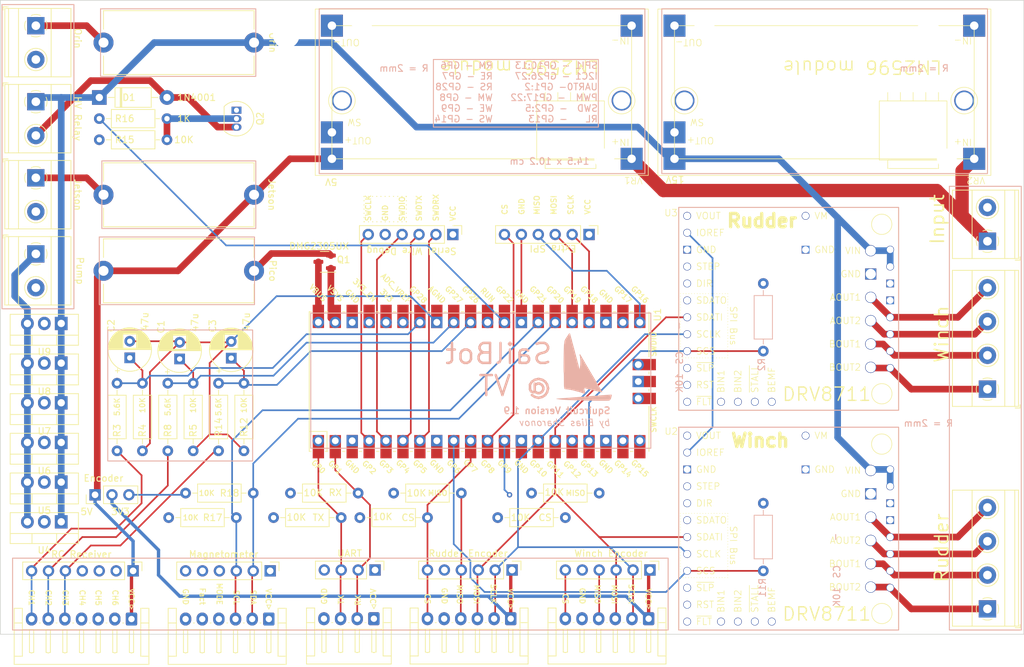
<source format=kicad_pcb>
(kicad_pcb (version 20221018) (generator pcbnew)
  (title_block (title "Squircuit") (date "2024-09-08") (rev "V1.0") (company "SailBot at VT") (comment 1 "Elias Sharonov, Chris Nassif, Heesang Han"))
  (layers (0 "F.Cu" signal) (1 "In1.Cu" power) (2 "In2.Cu" power) (31 "B.Cu" signal) (34 "B.Paste" user) (35 "F.Paste" user) (36 "B.SilkS" user "B.Silkscreen") (37 "F.SilkS" user "F.Silkscreen") (38 "B.Mask" user) (39 "F.Mask" user) (44 "Edge.Cuts" user))
  (net 0 "")
  (net 1 "GNDREF")
  (net 2 "+15V")
  (net 3 "Net-(D1-A)")
  (net 4 "+5V")
  (net 5 "Net-(Q1-D)")
  (net 6 "Net-(J1-Pin_1)")
  (net 7 "/MISO")
  (net 8 "+3.3V")
  (net 9 "/WE CS")
  (net 10 "/RE CS")
  (net 12 "/TX")
  (net 13 "/Relay")
  (net 14 "/VIN")
  (net 15 "/SWDTX")
  (net 16 "/MOSI")
  (net 17 "/SCLK")
  (net 18 "/SWDRX")
  (net 25 "Net-(J8-Pin_1)")
  (net 26 "Net-(J8-Pin_2)")
  (net 27 "Net-(J8-Pin_3)")
  (net 28 "Net-(J8-Pin_4)")
  (net 32 "/SWCLK")
  (net 33 "/SWDIO")
  (net 40 "Net-(J9-Pin_1)")
  (net 41 "Net-(J9-Pin_2)")
  (net 42 "Net-(J9-Pin_3)")
  (net 43 "Net-(J9-Pin_4)")
  (net 48 "/RX")
  (net 49 "/Ch1")
  (net 50 "/Ch2")
  (net 51 "/SDA")
  (net 52 "/SCL")
  (net 53 "/Ch3")
  (net 59 "Net-(Q1-S)")
  (net 60 "Net-(Q1-G)")
  (net 64 "Net-(J12-Pin_1)")
  (net 65 "Net-(J4-Pin_1)")
  (net 66 "/AGND")
  (net 67 "/WM CS")
  (net 68 "/RM CS")
  (net 69 "/WM SLP")
  (net 74 "/RМ SLP")
  (net 77 "/RM VOUT")
  (net 82 "/SCLK0")
  (net 83 "/MOSI0")
  (net 84 "/MISO0")
  (net 85 "/0 CS")
  (net 86 "/Ch3d")
  (net 87 "/Ch2d")
  (net 88 "/Ch1d")
  (net 89 "Net-(J7-Pin_1)")
  (net 90 "Net-(Q2-B)")
  (footprint "MountingHole:MountingHole_4mm" (layer "F.Cu") (at 55.372 17.272)
    (fp_text reference "REF**" hide)
    (fp_text value "MountingHole_4mm")
  )
  (footprint "TerminalBlock_Phoenix:TerminalBlock_Phoenix_MKDS-1,5-2-5.08_1x02_P5.08mm_Horizontal" (layer "F.Cu") (at 17.78 15.875 -90)
    (fp_text reference "J12" hide)
    (fp_text value "Orin" hide)
  )
  (footprint "MountingHole:MountingHole_4mm" (layer "F.Cu") (at 151.765 80.645)
    (fp_text reference "REF**" hide)
    (fp_text value "MountingHole_4mm")
  )
  (footprint "Connector_JST:JST_EH_S7B-EH_1x07_P2.50mm_Horizontal" (layer "F.Cu") (at 32.138 105.029 180)
    (fp_text reference "J6" hide)
    (fp_text value "Receiver" hide)
  )
  (footprint "Resistor_THT:R_Axial_DIN0207_L6.3mm_D2.5mm_P10.16mm_Horizontal" (layer "F.Cu") (at 71.501 86.106)
    (fp_text reference "R7" hide)
    (fp_text value "10K")
  )
  (footprint "Package_TO_SOT_THT:TO-220-3_Vertical" (layer "F.Cu") (at 21.59 78.495 180)
    (fp_text reference "U6")
    (fp_text value "L7812")
  )
  (footprint "Fuse:Fuseholder_Cylinder-5x20mm_Stelvio-Kontek_PTF78_Horizontal_Open" (layer "F.Cu") (at 27.94 41.275)
    (fp_text reference "F3" hide)
    (fp_text value "4.5" hide)
  )
  (footprint "Resistor_THT:R_Axial_DIN0207_L6.3mm_D2.5mm_P10.16mm_Horizontal" (layer "F.Cu") (at 47.879 89.789 180)
    (fp_text reference "R17")
    (fp_text value "10K")
  )
  (footprint "" (layer "F.Cu") (at 55.372 80.772)
    (fp_text reference "")
    (fp_text value "")
  )
  (footprint "Resistor_THT:R_Axial_DIN0207_L6.3mm_D2.5mm_P10.16mm_Horizontal" (layer "F.Cu") (at 33.782 69.596 -90)
    (fp_text reference "R4")
    (fp_text value "10K")
  )
  (footprint "Package_TO_SOT_THT:TO-220-3_Vertical" (layer "F.Cu") (at 21.59 66.575 180)
    (fp_text reference "U8")
    (fp_text value "L7812")
  )
  (footprint "Pololu_driver:md38a" (layer "F.Cu") (at 114.3 76.2)
    (fp_text reference "U2")
    (fp_text value "Rudder Motor Driver")
  )
  (footprint "Capacitor_THT:CP_Radial_D6.3mm_P2.50mm" (layer "F.Cu") (at 31.877 65.786 90)
    (fp_text reference "C2")
    (fp_text value "47u")
  )
  (footprint "Package_TO_SOT_THT:TO-220-3_Vertical" (layer "F.Cu") (at 21.59 84.455 180)
    (fp_text reference "U5")
    (fp_text value "L7812")
  )
  (footprint "Resistor_THT:R_Axial_DIN0207_L6.3mm_D2.5mm_P10.16mm_Horizontal" (layer "F.Cu") (at 37.592 69.596 -90)
    (fp_text reference "R8")
    (fp_text value "5.6K")
  )
  (footprint "TerminalBlock_Phoenix:TerminalBlock_Phoenix_MKDS-1,5-4-5.08_1x04_P5.08mm_Horizontal" (layer "F.Cu") (at 160.655 103.505 90)
    (fp_text reference "J8" hide)
    (fp_text value "Rudder Motor Output" hide)
  )
  (footprint "Connector_JST:JST_EH_S4B-EH_1x04_P2.50mm_Horizontal" (layer "F.Cu") (at 68.5324 104.9815 180)
    (fp_text reference "J14" hide)
    (fp_text value "UART" hide)
  )
  (footprint "VoltageReg:VoltageReg_SMAKN" (layer "F.Cu") (at 136.165 27.125 180)
    (fp_text reference "VR2")
    (fp_text value "15V")
  )
  (footprint "TerminalBlock_Phoenix:TerminalBlock_Phoenix_MKDS-1,5-2-5.08_1x02_P5.08mm_Horizontal" (layer "F.Cu") (at 17.78 27.3 -90)
    (fp_text reference "J18" hide)
    (fp_text value "HV Relay" hide)
  )
  (footprint "MCU_RaspberryPi_and_Boards:RPi_Pico_SMD_TH" (layer "F.Cu") (at 84.328 69.342 90)
    (fp_text reference "U1")
    (fp_text value "Pico")
  )
  (footprint "Connector_JST:JST_EH_S6B-EH_1x06_P2.50mm_Horizontal" (layer "F.Cu") (at 89.081 104.9815 180)
    (fp_text reference "J1" hide)
    (fp_text value "Rudder Encoder" hide)
  )
  (footprint "Connector_PinHeader_2.54mm:PinHeader_1x06_P2.54mm_Vertical" (layer "F.Cu") (at 80.391 47.244 -90)
    (fp_text reference "J10" hide)
    (fp_text value "Serial Wire Debug" hide)
  )
  (footprint "Connector_PinHeader_2.54mm:PinHeader_1x06_P2.54mm_Vertical" (layer "F.Cu") (at 109.982 97.663 -90)
    (fp_text reference "J23" hide)
    (fp_text value "Winch Encoder Debug" hide)
  )
  (footprint "Connector_JST:JST_EH_S6B-EH_1x06_P2.50mm_Horizontal" (layer "F.Cu") (at 52.759 105.029 180)
    (fp_text reference "J3" hide)
    (fp_text value "Magnetometer" hide)
  )
  (footprint "Package_TO_SOT_THT:TO-220-3_Vertical" (layer "F.Cu") (at 21.59 72.535 180)
    (fp_text reference "U7")
    (fp_text value "L7812")
  )
  (footprint "Package_TO_SOT_THT:TO-220-3_Vertical" (layer "F.Cu") (at 21.59 90.415 180)
    (fp_text reference "U4")
    (fp_text value "L7812")
  )
  (footprint "Package_TO_SOT_THT:TO-92_Inline" (layer "F.Cu") (at 47.9 28.575 -90)
    (fp_text reference "Q2")
    (fp_text value "2N3904")
  )
  (footprint "MountingHole:MountingHole_4mm" (layer "F.Cu") (at 55.372 80.772)
    (fp_text reference "REF**" hide)
    (fp_text value "MountingHole_4mm")
  )
  (footprint "Resistor_THT:R_Axial_DIN0207_L6.3mm_D2.5mm_P10.16mm_Horizontal" (layer "F.Cu") (at 29.972 69.596 -90)
    (fp_text reference "R3")
    (fp_text value "5.6K")
  )
  (footprint "Package_TO_SOT_THT:TO-220-3_Vertical" (layer "F.Cu") (at 21.59 60.615 180)
    (fp_text reference "U9")
    (fp_text value "L7812")
  )
  (footprint "Resistor_THT:R_Axial_DIN0207_L6.3mm_D2.5mm_P10.16mm_Horizontal" (layer "F.Cu") (at 45.212 69.596 -90)
    (fp_text reference "R14")
    (fp_text value "5.6K")
  )
  (footprint "Connector_PinHeader_2.54mm:PinHeader_1x03_P2.54mm_Vertical" (layer "F.Cu") (at 26.67 86.36 90)
    (fp_text reference "J11" hide)
    (fp_text value "Encoder Power" hide)
  )
  (footprint "Fuse:Fuseholder_Cylinder-5x20mm_Stelvio-Kontek_PTF78_Horizontal_Open" (layer "F.Cu") (at 27.94 18.415)
    (fp_text reference "F2" hide)
    (fp_text value "~" hide)
  )
  (footprint "Connector_PinHeader_2.54mm:PinHeader_1x07_P2.54mm_Vertical" (layer "F.Cu") (at 32.378 97.79 -90)
    (fp_text reference "J15" hide)
    (fp_text value "Receiver Inner" hide)
  )
  (footprint "VoltageReg:VoltageReg_SMAKN" (layer "F.Cu") (at 84.73 27.125 180)
    (fp_text reference "VR1")
    (fp_text value "5V")
  )
  (footprint "Fuse:Fuseholder_Cylinder-5x20mm_Stelvio-Kontek_PTF78_Horizontal_Open" (layer "F.Cu") (at 27.94 52.705)
    (fp_text reference "F1" hide)
    (fp_text value "100m")
  )
  (footprint "TerminalBlock_Phoenix:TerminalBlock_Phoenix_MKDS-1,5-2-5.08_1x02_P5.08mm_Horizontal" (layer "F.Cu") (at 17.78 38.735 -90)
    (fp_text reference "J4" hide)
    (fp_text value "Jetson" hide)
  )
  (footprint "Connector_JST:JST_EH_S6B-EH_1x06_P2.50mm_Horizontal" (layer "F.Cu") (at 109.782 104.9815 180)
    (fp_text reference "J2" hide)
    (fp_text value "Winch Encoder" hide)
  )
  (footprint "Package_TO_SOT_SMD:SOT-23" (layer "F.Cu") (at 61.1375 51.3588 180)
    (fp_text reference "Q1")
    (fp_text value "DMG2305UX")
  )
  (footprint "Resistor_THT:R_Axial_DIN0207_L6.3mm_D2.5mm_P10.16mm_Horizontal" (layer "F.Cu") (at 53.467 89.789)
    (fp_text reference "R13" hide)
    (fp_text value "10K")
  )
  (footprint "Resistor_THT:R_Axial_DIN0207_L6.3mm_D2.5mm_P10.16mm_Horizontal" (layer "F.Cu") (at 49.022 69.596 -90)
    (fp_text reference "R12")
    (fp_text value "10K")
  )
  (footprint "Resistor_THT:R_Axial_DIN0207_L6.3mm_D2.5mm_P10.16mm_Horizontal" (layer "F.Cu") (at 40.259 86.106)
    (fp_text reference "R18")
    (fp_text value "10K")
  )
  (footprint "Resistor_THT:R_Axial_DIN0207_L6.3mm_D2.5mm_P10.16mm_Horizontal" (layer "F.Cu") (at 37.465 33.015 180)
    (fp_text reference "R15")
    (fp_text value "10K")
  )
  (footprint "Connector_PinHeader_2.54mm:PinHeader_1x04_P2.54mm_Vertical" (layer "F.Cu") (at 68.707 97.663 -90)
    (fp_text reference "J24" hide)
    (fp_text value "UART Inner" hide)
  )
  (footprint "Resistor_THT:R_Axial_DIN0207_L6.3mm_D2.5mm_P10.16mm_Horizontal" (layer "F.Cu") (at 87.122 89.789)
    (fp_text reference "R9" hide)
    (fp_text value "10K")
  )
  (footprint "MountingHole:MountingHole_4mm" (layer "F.Cu") (at 151.765 17.145)
    (fp_text reference "REF**" hide)
    (fp_text value "MountingHole_4mm")
  )
  (footprint "Diode_THT:D_DO-41_SOD81_P10.16mm_Horizontal" (layer "F.Cu") (at 27.305 26.665)
    (fp_text reference "D1")
    (fp_text value "1N4001")
  )
  (footprint "TerminalBlock_Phoenix:TerminalBlock_Phoenix_MKDS-1,5-2-5.08_1x02_P5.08mm_Horizontal" (layer "F.Cu") (at 160.655 48.26 90)
    (fp_text reference "J5" hide)
    (fp_text value "Input" hide)
  )
  (footprint "Connector_PinHeader_2.54mm:PinHeader_1x06_P2.54mm_Vertical" (layer "F.Cu") (at 52.959 97.79 -90)
    (fp_text reference "J20" hide)
    (fp_text value "Magnetometer Inner" hide)
  )
  (footprint "Resistor_THT:R_Axial_DIN0207_L6.3mm_D2.5mm_P10.16mm_Horizontal" (layer "F.Cu") (at 76.581 89.789 180)
    (fp_text reference "R10" hide)
    (fp_text value "10K")
  )
  (footprint "Connector_PinHeader_2.54mm:PinHeader_1x06_P2.54mm_Vertical" (layer "F.Cu") (at 89.281 97.663 -90)
    (fp_text reference "J21" hide)
    (fp_text value "Rudder Encoder Debug" hide)
  )
  (footprint "Capacitor_THT:CP_Radial_D6.3mm_P2.50mm" (layer "F.Cu") (at 47.117 65.82538 90)
    (fp_text reference "C3")
    (fp_text value "47u")
  )
  (footprint "Resistor_THT:R_Axial_DIN0207_L6.3mm_D2.5mm_P10.16mm_Horizontal" (layer "F.Cu") (at 41.402 69.596 -90)
    (fp_text reference "R5")
    (fp_text value "10K")
  )
  (footprint "Pololu_driver:md38a" (layer "F.Cu") (at 114.3 43.18)
    (fp_text reference "U3")
    (fp_text value "Winch Motor Driver")
  )
  (footprint "TerminalBlock_Phoenix:TerminalBlock_Phoenix_MKDS-1,5-4-5.08_1x04_P5.08mm_Horizontal" (layer "F.Cu") (at 160.655 70.485 90)
    (fp_text reference "J9" hide)
    (fp_text value "Winch Motor Output" hide)
  )
  (footprint "TerminalBlock_Phoenix:TerminalBlock_Phoenix_MKDS-1,5-2-5.08_1x02_P5.08mm_Horizontal" (layer "F.Cu") (at 17.78 50.165 -90)
    (fp_text reference "J7" hide)
    (fp_text value "Pump" hide)
  )
  (footprint "Resistor_THT:R_Axial_DIN0207_L6.3mm_D2.5mm_P10.16mm_Horizontal" (layer "F.Cu") (at 102.362 86.106 180)
    (fp_text reference "R6" hide)
    (fp_text value "10K")
  )
  (footprint "Connector_PinHeader_2.54mm:PinHeader_1x06_P2.54mm_Vertical" (layer "F.Cu") (at 100.838 47.244 -90)
    (fp_text reference "J16" hide)
    (fp_text value "SPI 0" hide)
  )
  (footprint "Capacitor_THT:CP_Radial_D6.3mm_P2.50mm" (layer "F.Cu") (at 39.37 65.95238 90)
    (fp_text reference "C1")
    (fp_text value "47u")
  )
  (footprint "Resistor_THT:R_Axial_DIN0207_L6.3mm_D2.5mm_P10.16mm_Horizontal" (layer "F.Cu") (at 56.007 86.106)
    (fp_text reference "R1" hide)
    (fp_text value "10K")
  )
  (footprint "Resistor_THT:R_Axial_DIN0207_L6.3mm_D2.5mm_P10.16mm_Horizontal" (layer "F.Cu") (at 27.305 29.84)
    (fp_text reference "R16")
    (fp_text value "1K")
  )
  (footprint "Resistor_THT:R_Axial_DIN0207_L6.3mm_D2.5mm_P10.16mm_Horizontal" (layer "B.Cu") (at 127 54.61 -90)
    (fp_text reference "R2")
    (fp_text value "10K")
  )
  (footprint "LOGO" (layer "B.Cu") (at 100.33 67.31 180)
    (fp_text reference "G***" hide)
    (fp_text value "LOGO" hide)
  )
  (footprint "Resistor_THT:R_Axial_DIN0207_L6.3mm_D2.5mm_P10.16mm_Horizontal" (layer "B.Cu") (at 127 87.63 -90)
    (fp_text reference "R11")
    (fp_text value "10K")
  )
  (gr_rect (start 27.4955 13.335) (end 50.8 23.495) (stroke (width 0.15)) (fill none) (layer "B.SilkS"))
  (gr_rect (start 27.305 47.625) (end 50.6095 57.785) (stroke (width 0.15)) (fill none) (layer "B.SilkS"))
  (gr_rect (start 114.3 76.2) (end 147.32 106.68) (stroke (width 0.15)) (fill none) (layer "B.SilkS"))
  (gr_rect (start 27.686 36.195) (end 50.8 46.355) (stroke (width 0.15)) (fill none) (layer "B.SilkS"))
  (gr_rect (start 59.055 59.055) (end 110.109 79.375) (stroke (width 0.15)) (fill none) (layer "B.SilkS"))
  (gr_rect (start 111.76 13.335) (end 160.655 38.1) (stroke (width 0.15)) (fill none) (layer "B.SilkS"))
  (gr_rect (start 12.7 12.7) (end 23.495 58.42) (stroke (width 0.15)) (fill none) (layer "B.SilkS"))
  (gr_rect (start 114.3 43.18) (end 147.32 73.66) (stroke (width 0.15)) (fill none) (layer "B.SilkS"))
  (gr_rect (start 28.575 61.595) (end 50.32739 81.28) (stroke (width 0.15)) (fill none) (layer "B.SilkS"))
  (gr_rect (start 154.94 40.005) (end 165.735 106.68) (stroke (width 0.15)) (fill none) (layer "B.SilkS"))
  (gr_rect (start 14.2875 95.885) (end 112.7125 106.68) (stroke (width 0.15)) (fill none) (layer "B.SilkS"))
  (gr_rect (start 60.325 13.335) (end 109.22 38.1) (stroke (width 0.15)) (fill none) (layer "B.SilkS"))
  (gr_rect (start 77.47 20.955) (end 102.235 31.115) (stroke (width 0.15)) (fill none) (layer "B.SilkS"))
  (gr_rect (start 67.056 41.529) (end 73.406 45.339) (stroke (width 0.15) (type dot)) (fill none) (layer "F.SilkS"))
  (gr_rect (start 12.446 12.065) (end 166.116 107.315) (stroke (width 0.1)) (fill none) (layer "Edge.Cuts"))
  (gr_text "14.5 x 10.2 cm" (at 100.965 36.83) (layer "B.SilkS") (effects (font (size 1 1)) (justify left bottom mirror)))
  (gr_text "Squircuit Version 1.9" (at 104.14 74.295) (layer "B.SilkS") (effects (font (size 1 1) (thickness 0.1875)) (justify left bottom mirror)))
  (gr_text "-" (at 114.3 60.96 90) (layer "B.SilkS") (effects (font (size 1 1)) (justify mirror)))
  (gr_text "SailBot\n@ VT" (at 95.504 71.755) (layer "B.SilkS") (effects (font (size 3 3) (thickness 0.375)) (justify left bottom mirror)))
  (gr_text "CS" (at 138.049 97.917 90) (layer "B.SilkS") (effects (font (size 1 1)) (justify mirror)))
  (gr_text "10K" (at 138.0236 101.727 90) (layer "B.SilkS") (effects (font (size 1 1)) (justify mirror)))
  (gr_text "R = 2mm" (at 154.94 22.86) (layer "B.SilkS") (effects (font (size 1 1)) (justify left bottom mirror)))
  (gr_text "by Elias Sharonov" (at 104.14 74.93) (layer "B.SilkS") (effects (font (size 1 1) (thickness 0.125) italic) (justify left top mirror)))
  (gr_text "10K" (at 114.4016 69.596 90) (layer "B.SilkS") (effects (font (size 1 1)) (justify mirror)))
  (gr_text "SPI1 - GP10:13	RM - GP6\nI2C1 - GP26:27	RE - GP7\nUART0- GP1:2	RS - GP28\nPWM  - GP17:22	WM - GP8\nSWD	 - GP2:5	WE - GP9\nRL	 - GP13		WS - GP14" (at 102.235 30.48) (layer "B.SilkS") (effects (font (size 1 1)) (justify left bottom mirror)))
  (gr_text "R = 2mm" (at 155.575 76.2) (layer "B.SilkS") (effects (font (size 1 1)) (justify left bottom mirror)))
  (gr_text "R = 2mm" (at 76.835 22.86) (layer "B.SilkS") (effects (font (size 1 1)) (justify left bottom mirror)))
  (gr_text "-" (at 137.795 92.71 90) (layer "B.SilkS") (effects (font (size 1 1)) (justify mirror)))
  (gr_text "CS" (at 114.427 65.786 90) (layer "B.SilkS") (effects (font (size 1 1)) (justify mirror)))
  (gr_text "GND" (at 79.121 102.87 -90) (layer "F.SilkS") (effects (font (size 0.8 0.8)) (justify right)))
  (gr_text "Jetson" (at 53.21 41.275 270) (layer "F.SilkS") (effects (font (size 1 1))))
  (gr_text "Pico" (at 53.34 52.705 270) (layer "F.SilkS") (effects (font (size 1 1))))
  (gr_text "GND" (at 99.822 102.87 -90) (layer "F.SilkS") (effects (font (size 0.8 0.8)) (justify right)))
  (gr_text "CH4" (at 24.758 103.124 270) (layer "F.SilkS") (effects (font (size 0.8 0.8)) (justify right)))
  (gr_text "Orin" (at 53.34 18.415 -90) (layer "F.SilkS") (effects (font (size 1 1))))
  (gr_text "SCLK" (at 98.0855 44.3645 90) (layer "F.SilkS") (effects (font (size 0.8 0.8)) (justify left)))
  (gr_text "Rudder Encoder" (at 82.677 95.758) (layer "F.SilkS") (effects (font (size 1 1)) (justify bottom)))
  (gr_text "Jetson" (at 23.495 41.275 270) (layer "F.SilkS") (effects (font (size 1 1)) (justify bottom)))
  (gr_text "CS" (at 88.1795 44.3645 90) (layer "F.SilkS") (effects (font (size 0.8 0.8)) (justify left)))
  (gr_text "CS" (at 94.234 89.789) (layer "F.SilkS") (effects (font (size 1 1))))
  (gr_text "5V" (at 25.4 88.9) (layer "F.SilkS") (effects (font (size 1 1))))
  (gr_text "Input" (at 154.305 48.895 90) (layer "F.SilkS") (effects (font (size 2 2) (thickness 0.25)) (justify left bottom)))
  (gr_text "GND" (at 61.087 101.6 90) (layer "F.SilkS") (effects (font (size 0.8 0.8))))
  (gr_text "SDA" (at 50.419 102.997 270) (layer "F.SilkS") (effects (font (size 0.8 0.8)) (justify right)))
  (gr_text "CS" (at 76.581 102.87 -90) (layer "F.SilkS") (effects (font (size 0.8 0.8)) (justify right)))
  (gr_text "SWCLK" (at 67.691 45.339 90) (layer "F.SilkS") (effects (font (size 0.8 0.8)) (justify left)))
  (gr_text "Extra SPI" (at 91.821 48.768 180) (layer "F.SilkS") (effects (font (size 1 1)) (justify right bottom)))
  (gr_text "CS" (at 73.66 89.789) (layer "F.SilkS") (effects (font (size 1 1))))
  (gr_text "VCC" (at 100.6255 43.0945 90) (layer "F.SilkS") (effects (font (size 0.8 0.8))))
  (gr_text "Fact" (at 42.799 102.997 270) (layer "F.SilkS") (effects (font (size 0.8 0.8)) (justify right)))
  (gr_text "CH2" (at 19.678 103.124 270) (layer "F.SilkS") (effects (font (size 0.8 0.8)) (justify right)))
  (gr_text "CH5" (at 27.1526 103.124 270) (layer "F.SilkS") (effects (font (size 0.8 0.8)) (justify right)))
  (gr_text "HV Relay" (at 23.495 29.84 270) (layer "F.SilkS") (effects (font (size 1 1)) (justify bottom)))
  (gr_text "GND" (at 40.259 102.997 -90) (layer "F.SilkS") (effects (font (size 0.8 0.8)) (justify right)))
  (gr_text "TX" (at 60.198 89.789) (layer "F.SilkS") (effects (font (size 1 1))))
  (gr_text "VCC" (at 32.124 101.6 -90) (layer "F.SilkS") (effects (font (size 0.8 0.8))))
  (gr_text "Winch" (at 154.94 66.675 90) (layer "F.SilkS") (effects (font (size 2 2) (thickness 0.25)) (justify left bottom)))
  (gr_text "RX" (at 66.167 101.346 90) (layer "F.SilkS") (effects (font (size 0.8 0.8)) (justify right)))
  (gr_text "MODE" (at 45.339 102.997 -90) (layer "F.SilkS") (effects (font (size 0.8 0.8)) (justify right)))
  (gr_text "VCC" (at 109.728 101.6 -90) (layer "F.SilkS") (effects (font (size 0.8 0.8))))
  (gr_text "CH1" (at 17.138 103.124 270) (layer "F.SilkS") (effects (font (size 0.8 0.8)) (justify right)))
  (gr_text "MOSI" (at 104.648 102.87 -90) (layer "F.SilkS") (effects (font (size 0.8 0.8)) (justify right)))
  (gr_text "Pump" (at 23.825 52.705 270) (layer "F.SilkS") (effects (font (size 1 1)) (justify bottom)))
  (gr_text "Winch" (at 121.92 79.375) (layer "F.SilkS") (effects (font (size 2 2) (thickness 0.5) bold) (justify left bottom)))
  (gr_text "SCLK" (at 107.188 102.87 -90) (layer "F.SilkS") (effects (font (size 0.8 0.8)) (justify right)))
  (gr_text "MISO" (at 81.407 102.87 -90) (layer "F.SilkS") (effects (font (size 0.8 0.8)) (justify right)))
  (gr_text "Winch Encoder" (at 104.14 95.758) (layer "F.SilkS") (effects (font (size 1 1)) (justify bottom)))
  (gr_text "RX" (at 62.738 86.0298) (layer "F.SilkS") (effects (font (size 1 1))))
  (gr_text "Magnetometer" (at 45.974 95.885) (layer "F.SilkS") (effects (font (size 1 1)) (justify bottom)))
  (gr_text "SCL" (at 47.879 102.997 270) (layer "F.SilkS") (effects (font (size 0.8 0.8)) (justify right)))
  (gr_text "3V3" (at 30.48 88.9) (layer "F.SilkS") (effects (font (size 1 1))))
  (gr_text "Serial Wire Debug" (at 81.026 49.149 180) (layer "F.SilkS") (effects (font (size 1 1)) (justify left bottom)))
  (gr_text "TX" (at 63.627 101.346 90) (layer "F.SilkS") (effects (font (size 0.8 0.8)) (justify right)))
  (gr_text "CS" (at 97.282 102.87 -90) (layer "F.SilkS") (effects (font (size 0.8 0.8)) (justify right)))
  (gr_text "VCC" (at 80.391 45.339 90) (layer "F.SilkS") (effects (font (size 0.8 0.8)) (justify left)))
  (gr_text "VCC" (at 89.027 101.6 -90) (layer "F.SilkS") (effects (font (size 0.8 0.8))))
  (gr_text "UART" (at 64.897 95.758) (layer "F.SilkS") (effects (font (size 1 1)) (justify bottom)))
  (gr_text "RC Receiver" (at 24.6126 95.885) (layer "F.SilkS") (effects (font (size 1 1)) (justify bottom)))
  (gr_text "SWDIO" (at 72.771 45.339 90) (layer "F.SilkS") (effects (font (size 0.8 0.8)) (justify left)))
  (gr_text "SCLK" (at 86.487 102.87 -90) (layer "F.SilkS") (effects (font (size 0.8 0.8)) (justify right)))
  (gr_text "MISO" (at 78.105 86.106) (layer "F.SilkS") (effects (font (size 0.8 0.8))))
  (gr_text "SWDRX" (at 77.851 45.339 90) (layer "F.SilkS") (effects (font (size 0.8 0.8)) (justify left)))
  (gr_text "MOSI" (at 95.5455 44.3645 90) (layer "F.SilkS") (effects (font (size 0.8 0.8)) (justify left)))
  (gr_text "SWDTX" (at 75.311 45.339 90) (layer "F.SilkS") (effects (font (size 0.8 0.8)) (justify left)))
  (gr_text "Orin" (at 23.495 17.78 270) (layer "F.SilkS") (effects (font (size 1 1)) (justify bottom)))
  (gr_text "VCC" (at 68.453 101.6 90) (layer "F.SilkS") (effects (font (size 0.8 0.8)) (justify mirror)))
  (gr_text "MOSI" (at 83.947 102.87 -90) (layer "F.SilkS") (effects (font (size 0.8 0.8)) (justify right)))
  (gr_text "MISO" (at 98.806 86.106) (layer "F.SilkS") (effects (font (size 0.8 0.8))))
  (gr_text "Rudder" (at 154.94 99.695 90) (layer "F.SilkS") (effects (font (size 2 2) (thickness 0.25)) (justify left bottom)))
  (gr_text "MISO" (at 93.0055 44.3645 90) (layer "F.SilkS") (effects (font (size 0.8 0.8)) (justify left)))
  (gr_text "Rudder" (at 121.285 46.355) (layer "F.SilkS") (effects (font (size 2 2) (thickness 0.5) bold) (justify left bottom)))
  (gr_text "Encoder" (at 27.94 84.455) (layer "F.SilkS") (effects (font (size 1 1)) (justify bottom)))
  (gr_text "GND" (at 90.7195 44.3645 90) (layer "F.SilkS") (effects (font (size 0.8 0.8)) (justify left)))
  (gr_text "MISO" (at 102.108 102.87 -90) (layer "F.SilkS") (effects (font (size 0.8 0.8)) (justify right)))
  (gr_text "VCC" (at 52.705 101.6 -90) (layer "F.SilkS") (effects (font (size 0.8 0.8))))
  (gr_text "CH6" (at 29.6926 103.124 270) (layer "F.SilkS") (effects (font (size 0.8 0.8)) (justify right)))
  (gr_text "CH3" (at 22.218 103.124 270) (layer "F.SilkS") (effects (font (size 0.8 0.8)) (justify right)))
  (gr_text "GND" (at 70.231 45.339 90) (layer "F.SilkS") (effects (font (size 0.8 0.8)) (justify left)))
  (segment (start 90.678 47.244) (end 90.678 60.452) (width 0.25) (layer "F.Cu") (net 1))
  (segment (start 108.178 31.115) (end 74.93 31.115) (width 1) (layer "B.Cu") (net 2))
  (segment (start 143.129 82.7024) (end 143.3576 82.7024) (width 1) (layer "B.Cu") (net 2))
  (segment (start 146.05 85.09) (end 146.05 82.55) (width 1) (layer "B.Cu") (net 2))
  (segment (start 143.129 82.7024) (end 138.1633 77.7367) (width 1) (layer "B.Cu") (net 2))
  (segment (start 112.938 35.875) (end 108.178 31.115) (width 1) (layer "B.Cu") (net 2))
  (segment (start 145.8976 49.6824) (end 146.05 49.53) (width 1) (layer "B.Cu") (net 2))
  (segment (start 138.1633 77.7367) (end 138.1633 44.7167) (width 1) (layer "B.Cu") (net 2))
  (segment (start 27.305 26.665) (end 21.59 26.665) (width 1) (layer "B.Cu") (net 2))
  (segment (start 143.51 82.55) (end 146.05 82.55) (width 1) (layer "B.Cu") (net 2))
  (segment (start 113.665 35.875) (end 112.938 35.875) (width 1) (layer "B.Cu") (net 2))
  (segment (start 62.23 18.415) (end 50.54 18.415) (width 1) (layer "B.Cu") (net 2))
  (segment (start 113.665 35.875) (end 129.3216 35.875) (width 1) (layer "B.Cu") (net 2))
  (segment (start 21.59 90.415) (end 21.59 26.665) (width 1) (layer "B.Cu") (net 2))
  (segment (start 143.129 49.6824) (end 145.8976 49.6824) (width 1) (layer "B.Cu") (net 2))
  (segment (start 143.3576 82.7024) (end 143.51 82.55) (width 1) (layer "B.Cu") (net 2))
  (segment (start 18.415 26.665) (end 17.78 27.3) (width 1) (layer "B.Cu") (net 2))
  (segment (start 129.3216 35.875) (end 138.1633 44.7167) (width 1) (layer "B.Cu") (net 2))
  (segment (start 138.1633 44.7167) (end 143.129 49.6824) (width 1) (layer "B.Cu") (net 2))
  (segment (start 35.555 18.415) (end 27.305 26.665) (width 1) (layer "B.Cu") (net 2))
  (segment (start 21.59 26.665) (end 18.415 26.665) (width 1) (layer "B.Cu") (net 2))
  (segment (start 146.05 49.53) (end 146.05 52.07) (width 1) (layer "B.Cu") (net 2))
  (segment (start 50.54 18.415) (end 35.555 18.415) (width 1) (layer "B.Cu") (net 2))
  (segment (start 74.93 31.115) (end 62.23 18.415) (width 1) (layer "B.Cu") (net 2))
  (segment (start 37.465 26.665) (end 40.635 26.665) (width 1) (layer "F.Cu") (net 3))
  (segment (start 26.03 24.13) (end 17.78 32.38) (width 1) (layer "F.Cu") (net 3))
  (segment (start 34.93 24.13) (end 26.03 24.13) (width 1) (layer "F.Cu") (net 3))
  (segment (start 45.085 31.115) (end 47.9 31.115) (width 1) (layer "F.Cu") (net 3))
  (segment (start 37.465 26.665) (end 34.93 24.13) (width 1) (layer "F.Cu") (net 3))
  (segment (start 40.635 26.665) (end 45.085 31.115) (width 1) (layer "F.Cu") (net 3))
  (segment (start 32.138 98.03) (end 32.378 97.79) (width 0.5) (layer "F.Cu") (net 4))
  (segment (start 27.94 52.705) (end 27 53.645) (width 1) (layer "F.Cu") (net 4))
  (segment (start 32.138 105.029) (end 32.138 98.03) (width 0.5) (layer "F.Cu") (net 4))
  (segment (start 62.23 35.875) (end 55.94 35.875) (width 1) (layer "F.Cu") (net 4))
  (segment (start 55.94 35.875) (end 50.54 41.275) (width 1) (layer "F.Cu") (net 4))
  (segment (start 27.94 52.705) (end 39.11 52.705) (width 1) (layer "F.Cu") (net 4))
  (segment (start 27 53.645) (end 27 86.03) (width 1) (layer "F.Cu") (net 4))
  (segment (start 27 86.03) (end 26.67 86.36) (width 1) (layer "F.Cu") (net 4))
  (segment (start 39.11 52.705) (end 50.54 41.275) (width 1) (layer "F.Cu") (net 4))
  (segment (start 32.378 97.79) (end 32.378 93.323) (width 0.5) (layer "B.Cu") (net 4))
  (segment (start 26.67 87.615) (end 26.67 86.36) (width 0.5) (layer "B.Cu") (net 4))
  (segment (start 32.378 93.323) (end 26.67 87.615) (width 0.5) (layer "B.Cu") (net 4))
  (segment (start 53.136199 50.108801) (end 50.54 52.705) (width 1) (layer "F.Cu") (net 5))
  (segment (start 62.075 50.4088) (end 61.775001 50.108801) (width 1) (layer "F.Cu") (net 5))
  (segment (start 61.775001 50.108801) (end 53.136199 50.108801) (width 1) (layer "F.Cu") (net 5))
  (segment (start 89.081 97.863) (end 89.281 97.663) (width 0.5) (layer "F.Cu") (net 6))
  (segment (start 109.782 104.9815) (end 109.782 97.863) (width 0.5) (layer "F.Cu") (net 6))
  (segment (start 89.081 104.9815) (end 89.081 97.863) (width 0.5) (layer "F.Cu") (net 6))
  (segment (start 109.782 97.863) (end 109.982 97.663) (width 0.5) (layer "F.Cu") (net 6))
  (segment (start 85.6995 101.6) (end 89.081 104.9815) (width 0.5) (layer "B.Cu") (net 6))
  (segment (start 36.195 94.66) (end 36.195 98.425) (width 0.5) (layer "B.Cu") (net 6))
  (segment (start 85.6995 101.6) (end 106.4005 101.6) (width 0.5) (layer "B.Cu") (net 6))
  (segment (start 106.4005 101.6) (end 109.782 104.9815) (width 0.5) (layer "B.Cu") (net 6))
  (segment (start 29.21 87.675) (end 36.195 94.66) (width 0.5) (layer "B.Cu") (net 6))
  (segment (start 36.195 98.425) (end 39.37 101.6) (width 0.5) (layer "B.Cu") (net 6))
  (segment (start 39.37 101.6) (end 85.6995 101.6) (width 0.5) (layer "B.Cu") (net 6))
  (segment (start 29.21 86.36) (end 29.21 87.675) (width 0.5) (layer "B.Cu") (net 6))
  (segment (start 81.581 104.9815) (end 81.581 97.743) (width 0.25) (layer "F.Cu") (net 7))
  (segment (start 81.581 97.743) (end 81.661 97.663) (width 0.25) (layer "F.Cu") (net 7))
  (segment (start 102.362 97.663) (end 102.362 104.9015) (width 0.25) (layer "F.Cu") (net 7))
  (segment (start 81.661 97.663) (end 81.661 86.106) (width 0.25) (layer "F.Cu") (net 7))
  (segment (start 102.362 104.9015) (end 102.282 104.9815) (width 0.25) (layer "F.Cu") (net 7))
  (segment (start 119.38 76.2) (end 119.38 50.8) (width 0.25) (layer "B.Cu") (net 8))
  (segment (start 40.005 86.36) (end 40.259 86.106) (width 0.25) (layer "B.Cu") (net 8))
  (segment (start 115.57 80.01) (end 119.38 76.2) (width 0.25) (layer "B.Cu") (net 8))
  (segment (start 119.38 50.8) (end 115.57 46.99) (width 0.25) (layer "B.Cu") (net 8))
  (segment (start 31.75 86.36) (end 40.005 86.36) (width 0.25) (layer "B.Cu") (net 8))
  (segment (start 97.282 97.663) (end 97.282 104.9815) (width 0.25) (layer "F.Cu") (net 9))
  (via (at 88.9 86.36) (size 0.8) (drill 0.4) (layers "F.Cu" "B.Cu") (net 9))
  (segment (start 88.9 86.36) (end 88.138 85.598) (width 0.25) (layer "B.Cu") (net 9))
  (segment (start 88.138 85.598) (end 88.138 78.232) (width 0.25) (layer "B.Cu") (net 9))
  (segment (start 76.581 97.663) (end 76.581 89.789) (width 0.25) (layer "F.Cu") (net 10))
  (segment (start 83.058 81.407) (end 83.058 78.232) (width 0.25) (layer "F.Cu") (net 10))
  (segment (start 76.581 97.663) (end 76.581 104.9815) (width 0.25) (layer "F.Cu") (net 10))
  (segment (start 76.581 89.789) (end 76.581 87.884) (width 0.25) (layer "F.Cu") (net 10))
  (segment (start 76.581 87.884) (end 83.058 81.407) (width 0.25) (layer "F.Cu") (net 10))
  (segment (start 63.5324 104.9815) (end 63.5324 97.7576) (width 0.25) (layer "F.Cu") (net 12))
  (segment (start 63.627 97.663) (end 63.627 89.789) (width 0.25) (layer "F.Cu") (net 12))
  (segment (start 63.627 89.789) (end 60.198 86.36) (width 0.25) (layer "F.Cu") (net 12))
  (segment (start 63.5324 97.7576) (end 63.627 97.663) (width 0.25) (layer "F.Cu") (net 12))
  (segment (start 60.198 86.36) (end 60.198 78.232) (width 0.25) (layer "F.Cu") (net 12))
  (segment (start 88.138 60.452) (end 76.581 48.895) (width 0.25) (layer "B.Cu") (net 13))
  (segment (start 46.36 48.895) (end 27.305 29.84) (width 0.25) (layer "B.Cu") (net 13))
  (segment (start 76.581 48.895) (end 46.36 48.895) (width 0.25) (layer "B.Cu") (net 13))
  (segment (start 111.995 40.64) (end 107.23 35.875) (width 2) (layer "F.Cu") (net 14))
  (segment (start 156.845 44.45) (end 156.845 37.695) (width 2) (layer "F.Cu") (net 14))
  (segment (start 160.655 48.26) (end 158.155 45.76) (width 2) (layer "F.Cu") (net 14))
  (segment (start 156.845 37.695) (end 158.665 35.875) (width 2) (layer "F.Cu") (net 14))
  (segment (start 158.155 45.76) (end 153.035 40.64) (width 2) (layer "F.Cu") (net 14))
  (segment (start 158.155 45.76) (end 156.845 44.45) (width 2) (layer "F.Cu") (net 14))
  (segment (start 153.035 40.64) (end 111.995 40.64) (width 2) (layer "F.Cu") (net 14))
  (segment (start 74.073 48.482) (end 75.311 47.244) (width 0.25) (layer "F.Cu") (net 15))
  (segment (start 74.073 77.057) (end 74.073 48.482) (width 0.25) (layer "F.Cu") (net 15))
  (segment (start 72.898 78.232) (end 74.073 77.057) (width 0.25) (layer "F.Cu") (net 15))
  (segment (start 104.902 104.8615) (end 104.782 104.9815) (width 0.25) (layer "F.Cu") (net 16))
  (segment (start 104.902 95.25) (end 104.902 97.663) (width 0.25) (layer "F.Cu") (net 16))
  (segment (start 95.758 86.106) (end 95.758 78.232) (width 0.25) (layer "F.Cu") (net 16))
  (segment (start 102.2985 92.6465) (end 104.902 95.25) (width 0.25) (layer "F.Cu") (net 16))
  (segment (start 84.201 97.663) (end 95.758 86.106) (width 0.25) (layer "F.Cu") (net 16))
  (segment (start 95.758 76.327) (end 112.395 59.69) (width 0.25) (layer "F.Cu") (net 16))
  (segment (start 112.395 59.69) (end 115.57 59.69) (width 0.25) (layer "F.Cu") (net 16))
  (segment (start 95.758 86.106) (end 102.2985 92.6465) (width 0.25) (layer "F.Cu") (net 16))
  (segment (start 115.57 92.71) (end 102.362 92.71) (width 0.25) (layer "F.Cu") (net 16))
  (segment (start 102.362 92.71) (end 102.2985 92.6465) (width 0.25) (layer "F.Cu") (net 16))
  (segment (start 104.902 97.663) (end 104.902 104.8615) (width 0.25) (layer "F.Cu") (net 16))
  (segment (start 84.081 97.783) (end 84.201 97.663) (width 0.25) (layer "F.Cu") (net 16))
  (segment (start 95.758 78.232) (end 95.758 76.327) (width 0.25) (layer "F.Cu") (net 16))
  (segment (start 84.081 104.9815) (end 84.081 97.783) (width 0.25) (layer "F.Cu") (net 16))
  (segment (start 107.442 104.8215) (end 107.282 104.9815) (width 0.25) (layer "F.Cu") (net 17))
  (segment (start 86.741 104.8215) (end 86.581 104.9815) (width 0.25) (layer "F.Cu") (net 17))
  (segment (start 86.741 97.663) (end 86.741 104.8215) (width 0.25) (layer "F.Cu") (net 17))
  (segment (start 107.442 97.663) (end 107.442 104.8215) (width 0.25) (layer "F.Cu") (net 17))
  (segment (start 107.442 97.663) (end 104.013 94.234) (width 0.25) (layer "B.Cu") (net 17))
  (segment (start 107.442 104.8215) (end 107.282 104.9815) (width 0.25) (layer "B.Cu") (net 17))
  (segment (start 104.013 94.234) (end 90.17 94.234) (width 0.25) (layer "B.Cu") (net 17))
  (segment (start 114.554 94.234) (end 115.57 95.25) (width 0.25) (layer "B.Cu") (net 17))
  (segment (start 86.581 97.823) (end 86.741 97.663) (width 0.25) (layer "B.Cu") (net 17))
  (segment (start 90.17 94.234) (end 86.741 97.663) (width 0.25) (layer "B.Cu") (net 17))
  (segment (start 93.218 78.232) (end 109.22 62.23) (width 0.25) (layer "B.Cu") (net 17))
  (segment (start 104.013 94.234) (end 114.554 94.234) (width 0.25) (layer "B.Cu") (net 17))
  (segment (start 109.22 62.23) (end 115.57 62.23) (width 0.25) (layer "B.Cu") (net 17))
  (segment (start 93.218 78.232) (end 90.17 81.28) (width 0.25) (layer "B.Cu") (net 17))
  (segment (start 90.17 81.28) (end 90.17 94.234) (width 0.25) (layer "B.Cu") (net 17))
  (segment (start 76.803 48.292) (end 77.851 47.244) (width 0.25) (layer "F.Cu") (net 18))
  (segment (start 76.803 76.867) (end 76.803 48.292) (width 0.25) (layer "F.Cu") (net 18))
  (segment (start 75.438 78.232) (end 76.803 76.867) (width 0.25) (layer "F.Cu") (net 18))
  (segment (start 149.225 103.505) (end 146.05 100.33) (width 1) (layer "F.Cu") (net 25))
  (segment (start 143.129 100.2284) (end 145.9484 100.2284) (width 1) (layer "F.Cu") (net 25))
  (segment (start 160.655 103.505) (end 149.225 103.505) (width 1) (layer "F.Cu") (net 25))
  (segment (start 145.9484 100.2284) (end 146.05 100.33) (width 1) (layer "F.Cu") (net 25))
  (segment (start 160.655 98.425) (end 146.685 98.425) (width 1) (layer "F.Cu") (net 26))
  (segment (start 143.129 96.7232) (end 144.9832 96.7232) (width 1) (layer "F.Cu") (net 26))
  (segment (start 144.9832 96.7232) (end 146.05 97.79) (width 1) (layer "F.Cu") (net 26))
  (segment (start 146.685 98.425) (end 146.05 97.79) (width 1) (layer "F.Cu") (net 26))
  (segment (start 145.161 95.25) (end 143.129 93.218) (width 1) (layer "F.Cu") (net 27))
  (segment (start 146.05 95.25) (end 145.161 95.25) (width 1) (layer "F.Cu") (net 27))
  (segment (start 146.05 95.25) (end 158.75 95.25) (width 1) (layer "F.Cu") (net 27))
  (segment (start 158.75 95.25) (end 160.655 93.345) (width 1) (layer "F.Cu") (net 27))
  (segment (start 143.129 89.7128) (end 143.129 89.789) (width 1) (layer "F.Cu") (net 28))
  (segment (start 156.21 92.71) (end 160.655 88.265) (width 1) (layer "F.Cu") (net 28))
  (segment (start 146.05 92.71) (end 156.21 92.71) (width 1) (layer "F.Cu") (net 28))
  (segment (start 143.129 89.789) (end 146.05 92.71) (width 1) (layer "F.Cu") (net 28))
  (segment (start 66.643 77.057) (end 66.643 48.292) (width 0.25) (layer "F.Cu") (net 32))
  (segment (start 66.643 48.292) (end 67.691 47.244) (width 0.25) (layer "F.Cu") (net 32))
  (segment (start 67.818 78.232) (end 66.643 77.057) (width 0.25) (layer "F.Cu") (net 32))
  (segment (start 68.993 76.867) (end 68.993 51.022) (width 0.25) (layer "F.Cu") (net 33))
  (segment (start 68.993 51.022) (end 72.771 47.244) (width 0.25) (layer "F.Cu") (net 33))
  (segment (start 70.358 78.232) (end 68.993 76.867) (width 0.25) (layer "F.Cu") (net 33))
  (segment (start 149.225 70.485) (end 146.05 67.31) (width 1) (layer "F.Cu") (net 40))
  (segment (start 146.05 67.31) (end 143.2306 67.31) (width 1) (layer "F.Cu") (net 40))
  (segment (start 143.2306 67.31) (end 143.129 67.2084) (width 1) (layer "F.Cu") (net 40))
  (segment (start 160.655 70.485) (end 149.225 70.485) (width 1) (layer "F.Cu") (net 40))
  (segment (start 146.685 65.405) (end 146.05 64.77) (width 1) (layer "F.Cu") (net 41))
  (segment (start 143.129 63.7032) (end 144.9832 63.7032) (width 1) (layer "F.Cu") (net 41))
  (segment (start 144.9832 63.7032) (end 146.05 64.77) (width 1) (layer "F.Cu") (net 41))
  (segment (start 160.655 65.405) (end 146.685 65.405) (width 1) (layer "F.Cu") (net 41))
  (segment (start 146.05 62.23) (end 145.161 62.23) (width 1) (layer "F.Cu") (net 42))
  (segment (start 160.655 60.325) (end 158.75 62.23) (width 1) (layer "F.Cu") (net 42))
  (segment (start 158.75 62.23) (end 146.05 62.23) (width 1) (layer "F.Cu") (net 42))
  (segment (start 145.161 62.23) (end 143.129 60.198) (width 1) (layer "F.Cu") (net 42))
  (segment (start 146.05 59.69) (end 146.05 59.6138) (width 1) (layer "F.Cu") (net 43))
  (segment (start 156.21 59.69) (end 146.05 59.69) (width 1) (layer "F.Cu") (net 43))
  (segment (start 146.05 59.6138) (end 143.129 56.6928) (width 1) (layer "F.Cu") (net 43))
  (segment (start 160.655 55.245) (end 156.21 59.69) (width 1) (layer "F.Cu") (net 43))
  (segment (start 67.945 87.884) (end 67.945 95.885) (width 0.25) (layer "F.Cu") (net 48))
  (segment (start 62.738 78.232) (end 62.738 82.677) (width 0.25) (layer "F.Cu") (net 48))
  (segment (start 66.0324 97.7976) (end 66.167 97.663) (width 0.25) (layer "F.Cu") (net 48))
  (segment (start 67.945 95.885) (end 66.167 97.663) (width 0.25) (layer "F.Cu") (net 48))
  (segment (start 62.738 82.677) (end 66.167 86.106) (width 0.25) (layer "F.Cu") (net 48))
  (segment (start 66.0324 104.9815) (end 66.0324 97.7976) (width 0.25) (layer "F.Cu") (net 48))
  (segment (start 66.167 86.106) (end 67.945 87.884) (width 0.25) (layer "F.Cu") (net 48))
  (segment (start 33.782 67.691) (end 31.877 65.786) (width 0.25) (layer "F.Cu") (net 49))
  (segment (start 33.782 69.596) (end 33.782 67.691) (width 0.25) (layer "F.Cu") (net 49))
  (segment (start 40.64 68.471) (end 41.801 67.31) (width 0.25) (layer "B.Cu") (net 49))
  (segment (start 33.782 69.596) (end 34.907 68.471) (width 0.25) (layer "B.Cu") (net 49))
  (segment (start 73.66 62.23) (end 75.438 60.452) (width 0.25) (layer "B.Cu") (net 49))
  (segment (start 58.42 62.23) (end 73.66 62.23) (width 0.25) (layer "B.Cu") (net 49))
  (segment (start 29.972 69.596) (end 33.782 69.596) (width 0.25) (layer "B.Cu") (net 49))
  (segment (start 53.34 67.31) (end 58.42 62.23) (width 0.25) (layer "B.Cu") (net 49))
  (segment (start 34.907 68.471) (end 40.64 68.471) (width 0.25) (layer "B.Cu") (net 49))
  (segment (start 41.801 67.31) (end 53.34 67.31) (width 0.25) (layer "B.Cu") (net 49))
  (segment (start 41.402 69.596) (end 41.402 67.98438) (width 0.25) (layer "F.Cu") (net 50))
  (segment (start 41.402 67.98438) (end 39.37 65.95238) (width 0.25) (layer "F.Cu") (net 50))
  (segment (start 58.42 63.5) (end 77.47 63.5) (width 0.25) (layer "B.Cu") (net 50))
  (segment (start 37.592 69.596) (end 41.402 69.596) (width 0.25) (layer "B.Cu") (net 50))
  (segment (start 77.47 63.5) (end 80.518 60.452) (width 0.25) (layer "B.Cu") (net 50))
  (segment (start 41.402 69.596) (end 42.527 68.471) (width 0.25) (layer "B.Cu") (net 50))
  (segment (start 53.449 68.471) (end 58.42 63.5) (width 0.25) (layer "B.Cu") (net 50))
  (segment (start 42.527 68.471) (end 53.449 68.471) (width 0.25) (layer "B.Cu") (net 50))
  (segment (start 50.259 105.029) (end 50.259 97.95) (width 0.25) (layer "F.Cu") (net 51))
  (segment (start 50.259 97.95) (end 50.419 97.79) (width 0.25) (layer "F.Cu") (net 51))
  (segment (start 50.419 81.661) (end 57.15 74.93) (width 0.25) (layer "B.Cu") (net 51))
  (segment (start 57.15 74.93) (end 81.28 74.93) (width 0.25) (layer "B.Cu") (net 51))
  (segment (start 81.28 74.93) (end 95.758 60.452) (width 0.25) (layer "B.Cu") (net 51))
  (segment (start 50.419 97.79) (end 50.419 86.106) (width 0.25) (layer "B.Cu") (net 51))
  (segment (start 50.419 86.106) (end 50.419 81.661) (width 0.25) (layer "B.Cu") (net 51))
  (segment (start 50.259 97.95) (end 50.419 97.79) (width 0.25) (layer "B.Cu") (net 51))
  (segment (start 47.759 97.91) (end 47.879 97.79) (width 0.25) (layer "F.Cu") (net 52))
  (segment (start 47.759 105.029) (end 47.759 97.91) (width 0.25) (layer "F.Cu") (net 52))
  (segment (start 80.01 73.66) (end 93.218 60.452) (width 0.25) (layer "B.Cu") (net 52))
  (segment (start 47.759 97.91) (end 47.879 97.79) (width 0.25) (layer "B.Cu") (net 52))
  (segment (start 47.879 89.789) (end 47.244 89.154) (width 0.25) (layer "B.Cu") (net 52))
  (segment (start 47.244 78.232) (end 51.816 73.66) (width 0.25) (layer "B.Cu") (net 52))
  (segment (start 51.816 73.66) (end 80.01 73.66) (width 0.25) (layer "B.Cu") (net 52))
  (segment (start 47.879 97.79) (end 47.879 89.789) (width 0.25) (layer "B.Cu") (net 52))
  (segment (start 47.244 89.154) (end 47.244 78.232) (width 0.25) (layer "B.Cu") (net 52))
  (segment (start 49.022 67.73038) (end 47.117 65.82538) (width 0.25) (layer "F.Cu") (net 53))
  (segment (start 49.022 69.596) (end 49.022 67.73038) (width 0.25) (layer "F.Cu") (net 53))
  (segment (start 78.74 64.77) (end 83.058 60.452) (width 0.25) (layer "B.Cu") (net 53))
  (segment (start 49.022 69.596) (end 49.276 69.85) (width 0.25) (layer "B.Cu") (net 53))
  (segment (start 59.055 64.77) (end 78.74 64.77) (width 0.25) (layer "B.Cu") (net 53))
  (segment (start 53.975 69.85) (end 59.055 64.77) (width 0.25) (layer "B.Cu") (net 53))
  (segment (start 45.212 69.596) (end 49.022 69.596) (width 0.25) (layer "B.Cu") (net 53))
  (segment (start 49.276 69.85) (end 53.975 69.85) (width 0.25) (layer "B.Cu") (net 53))
  (segment (start 62.075 59.789) (end 62.738 60.452) (width 1) (layer "F.Cu") (net 59))
  (segment (start 62.075 52.3088) (end 62.075 59.789) (width 1) (layer "F.Cu") (net 59))
  (segment (start 60.2 60.45) (end 60.198 60.452) (width 1) (layer "F.Cu") (net 60))
  (segment (start 60.2 51.3588) (end 60.2 60.45) (width 1) (layer "F.Cu") (net 60))
  (segment (start 25.4 15.875) (end 17.78 15.875) (width 1) (layer "F.Cu") (net 64))
  (segment (start 27.94 18.415) (end 25.4 15.875) (width 1) (layer "F.Cu") (net 64))
  (segment (start 25.4 38.735) (end 17.78 38.735) (width 1) (layer "F.Cu") (net 65))
  (segment (start 27.94 41.275) (end 25.4 38.735) (width 1) (layer "F.Cu") (net 65))
  (segment (start 43.87238 77.28562) (end 43.87238 66.57) (width 0.25) (layer "F.Cu") (net 66))
  (segment (start 34.907 78.631) (end 34.907 67.91538) (width 0.25) (layer "F.Cu") (net 66))
  (segment (start 46.99 63.45238) (end 47.117 63.32538) (width 0.25) (layer "F.Cu") (net 66))
  (segment (start 33.782 79.756) (end 34.907 78.631) (width 0.25) (layer "F.Cu") (net 66))
  (segment (start 46.55162 77.28562) (end 43.87238 77.28562) (width 0.25) (layer "F.Cu") (net 66))
  (segment (start 49.022 79.756) (end 46.55162 77.28562) (width 0.25) (layer "F.Cu") (net 66))
  (segment (start 43.87238 66.57) (end 47.117 63.32538) (width 0.25) (layer "F.Cu") (net 66))
  (segment (start 31.877 63.286) (end 39.20362 63.286) (width 0.25) (layer "F.Cu") (net 66))
  (segment (start 39.20362 63.286) (end 39.37 63.45238) (width 0.25) (layer "F.Cu") (net 66))
  (segment (start 34.907 67.91538) (end 39.37 63.45238) (width 0.25) (layer "F.Cu") (net 66))
  (segment (start 39.37 63.45238) (end 46.99 63.45238) (width 0.25) (layer "F.Cu") (net 66))
  (segment (start 41.402 79.756) (end 43.87238 77.28562) (width 0.25) (layer "F.Cu") (net 66))
  (segment (start 47.117 63.32538) (end 53.92738 56.515) (width 0.25) (layer "B.Cu") (net 66))
  (segment (start 74.041 56.515) (end 77.978 60.452) (width 0.25) (layer "B.Cu") (net 66))
  (segment (start 53.92738 56.515) (end 74.041 56.515) (width 0.25) (layer "B.Cu") (net 66))
  (segment (start 127 64.77) (end 115.57 64.77) (width 0.25) (layer "F.Cu") (net 67))
  (segment (start 100.838 78.232) (end 100.838 72.517) (width 0.25) (layer "B.Cu") (net 67))
  (segment (start 108.585 64.77) (end 115.57 64.77) (width 0.25) (layer "B.Cu") (net 67))
  (segment (start 100.838 72.517) (end 108.585 64.77) (width 0.25) (layer "B.Cu") (net 67))
  (segment (start 127 97.79) (end 115.57 97.79) (width 0.25) (layer "F.Cu") (net 68))
  (segment (start 85.14815 100.965) (end 83.026 98.84285) (width 0.25) (layer "B.Cu") (net 68))
  (segment (start 83.026 98.84285) (end 83.026 96.26575) (width 0.25) (layer "B.Cu") (net 68))
  (segment (start 115.57 97.79) (end 112.395 100.965) (width 0.25) (layer "B.Cu") (net 68))
  (segment (start 112.395 100.965) (end 85.14815 100.965) (width 0.25) (layer "B.Cu") (net 68))
  (segment (start 80.518 93.75775) (end 80.518 78.232) (width 0.25) (layer "B.Cu") (net 68))
  (segment (start 83.026 96.26575) (end 80.518 93.75775) (width 0.25) (layer "B.Cu") (net 68))
  (segment (start 100.838 49.784) (end 100.838 60.452) (width 0.25) (layer "F.Cu") (net 82))
  (segment (start 98.298 47.244) (end 100.838 49.784) (width 0.25) (layer "F.Cu") (net 82))
  (segment (start 98.298 49.784) (end 98.298 60.452) (width 0.25) (layer "F.Cu") (net 83))
  (segment (start 95.758 47.244) (end 98.298 49.784) (width 0.25) (layer "F.Cu") (net 83))
  (segment (start 93.218 47.498) (end 93.218 47.244) (width 0.25) (layer "B.Cu") (net 84))
  (segment (start 103.505 52.705) (end 98.425 52.705) (width 0.25) (layer "B.Cu") (net 84))
  (segment (start 108.458 57.658) (end 103.505 52.705) (width 0.25) (layer "B.Cu") (net 84))
  (segment (start 98.425 52.705) (end 93.218 47.498) (width 0.25) (layer "B.Cu") (net 84))
  (segment (start 108.458 60.452) (end 108.458 57.658) (width 0.25) (layer "B.Cu") (net 84))
  (segment (start 85.598 78.232) (end 89.503 74.327) (width 0.25) (layer "F.Cu") (net 85))
  (segment (start 89.503 48.609) (end 88.138 47.244) (width 0.25) (layer "F.Cu") (net 85))
  (segment (start 89.503 74.327) (end 89.503 48.609) (width 0.25) (layer "F.Cu") (net 85))
  (segment (start 30.48 93.98) (end 44.704 79.756) (width 0.25) (layer "F.Cu") (net 86))
  (segment (start 44.704 79.756) (end 45.212 79.756) (width 0.25) (layer "F.Cu") (net 86))
  (segment (start 26.028 93.98) (end 30.48 93.98) (width 0.25) (layer "F.Cu") (net 86))
  (segment (start 22.218 97.79) (end 26.028 93.98) (width 0.25) (layer "F.Cu") (net 86))
  (segment (start 22.138 105.029) (end 22.138 97.87) (width 0.25) (layer "B.Cu") (net 86))
  (segment (start 22.138 97.87) (end 22.218 97.79) (width 0.25) (layer "B.Cu") (net 86))
  (segment (start 29.845 92.71) (end 37.592 84.963) (width 0.25) (layer "F.Cu") (net 87))
  (segment (start 24.758 92.71) (end 29.845 92.71) (width 0.25) (layer "F.Cu") (net 87))
  (segment (start 19.678 97.79) (end 24.758 92.71) (width 0.25) (layer "F.Cu") (net 87))
  (segment (start 37.592 84.963) (end 37.592 79.756) (width 0.25) (layer "F.Cu") (net 87))
  (segment (start 19.638 97.83) (end 19.678 97.79) (width 0.25) (layer "B.Cu") (net 87))
  (segment (start 19.638 105.029) (end 19.638 97.83) (width 0.25) (layer "B.Cu") (net 87))
  (segment (start 29.845 91.44) (end 33.655 87.63) (width 0.25) (layer "F.Cu") (net 88))
  (segment (start 23.104695 91.44) (end 29.845 91.44) (width 0.25) (layer "F.Cu") (net 88))
  (segment (start 33.655 83.439) (end 29.972 79.756) (width 0.25) (layer "F.Cu") (net 88))
  (segment (start 33.655 87.63) (end 33.655 83.439) (width 0.25) (layer "F.Cu") (net 88))
  (segment (start 17.138 97.406695) (end 23.104695 91.44) (width 0.25) (layer "F.Cu") (net 88))
  (segment (start 17.138 97.79) (end 17.138 97.406695) (width 0.25) (layer "F.Cu") (net 88))
  (segment (start 17.138 105.029) (end 17.138 97.79) (width 0.25) (layer "B.Cu") (net 88))
  (segment (start 14.605 53.34) (end 17.78 50.165) (width 1) (layer "B.Cu") (net 89))
  (segment (start 16.51 60.615) (end 16.51 58.42) (width 1) (layer "B.Cu") (net 89))
  (segment (start 16.51 90.415) (end 16.51 60.615) (width 1) (layer "B.Cu") (net 89))
  (segment (start 16.51 58.42) (end 14.605 56.515) (width 1) (layer "B.Cu") (net 89))
  (segment (start 14.605 56.515) (end 14.605 53.34) (width 1) (layer "B.Cu") (net 89))
  (segment (start 37.465 29.84) (end 37.465 33.015) (width 1) (layer "F.Cu") (net 90))
  (segment (start 47.895 29.84) (end 47.9 29.845) (width 1) (layer "B.Cu") (net 90))
  (segment (start 37.465 29.84) (end 47.895 29.84) (width 1) (layer "B.Cu") (net 90))
)
</source>
